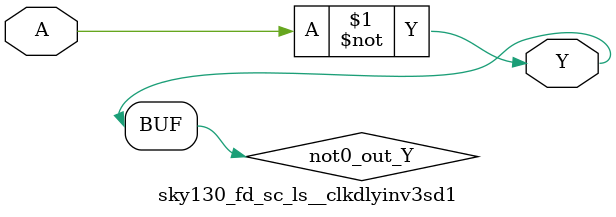
<source format=v>
/*
 * Copyright 2020 The SkyWater PDK Authors
 *
 * Licensed under the Apache License, Version 2.0 (the "License");
 * you may not use this file except in compliance with the License.
 * You may obtain a copy of the License at
 *
 *     https://www.apache.org/licenses/LICENSE-2.0
 *
 * Unless required by applicable law or agreed to in writing, software
 * distributed under the License is distributed on an "AS IS" BASIS,
 * WITHOUT WARRANTIES OR CONDITIONS OF ANY KIND, either express or implied.
 * See the License for the specific language governing permissions and
 * limitations under the License.
 *
 * SPDX-License-Identifier: Apache-2.0
*/


`ifndef SKY130_FD_SC_LS__CLKDLYINV3SD1_FUNCTIONAL_V
`define SKY130_FD_SC_LS__CLKDLYINV3SD1_FUNCTIONAL_V

/**
 * clkdlyinv3sd1: Clock Delay Inverter 3-stage 0.15um length inner
 *                stage gate.
 *
 * Verilog simulation functional model.
 */

`timescale 1ns / 1ps
`default_nettype none

`celldefine
module sky130_fd_sc_ls__clkdlyinv3sd1 (
    Y,
    A
);

    // Module ports
    output Y;
    input  A;

    // Local signals
    wire not0_out_Y;

    //  Name  Output      Other arguments
    not not0 (not0_out_Y, A              );
    buf buf0 (Y         , not0_out_Y     );

endmodule
`endcelldefine

`default_nettype wire
`endif  // SKY130_FD_SC_LS__CLKDLYINV3SD1_FUNCTIONAL_V
</source>
